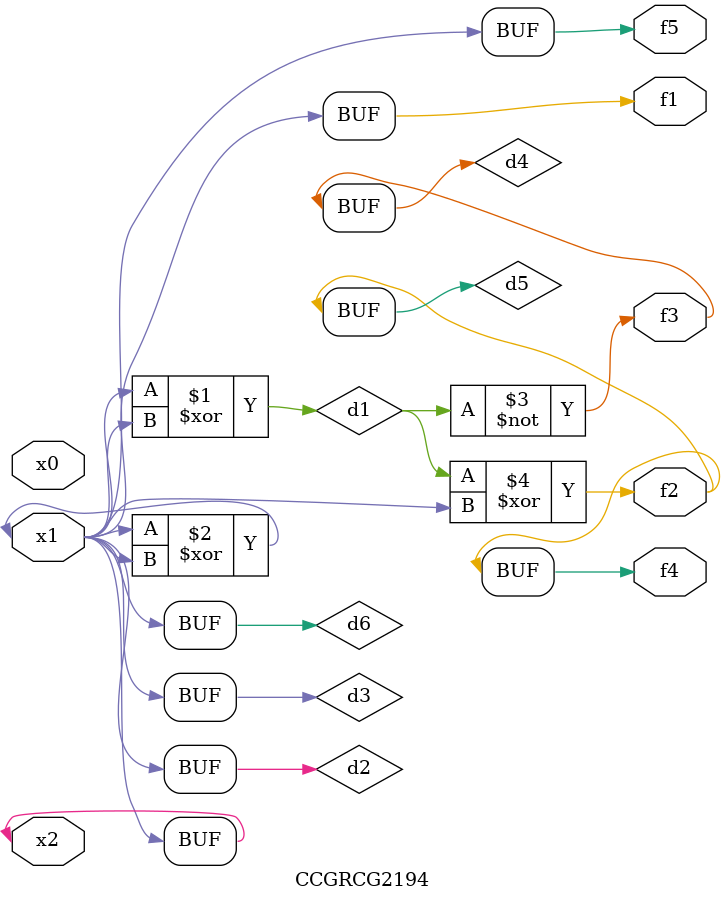
<source format=v>
module CCGRCG2194(
	input x0, x1, x2,
	output f1, f2, f3, f4, f5
);

	wire d1, d2, d3, d4, d5, d6;

	xor (d1, x1, x2);
	buf (d2, x1, x2);
	xor (d3, x1, x2);
	nor (d4, d1);
	xor (d5, d1, d2);
	buf (d6, d2, d3);
	assign f1 = d6;
	assign f2 = d5;
	assign f3 = d4;
	assign f4 = d5;
	assign f5 = d6;
endmodule

</source>
